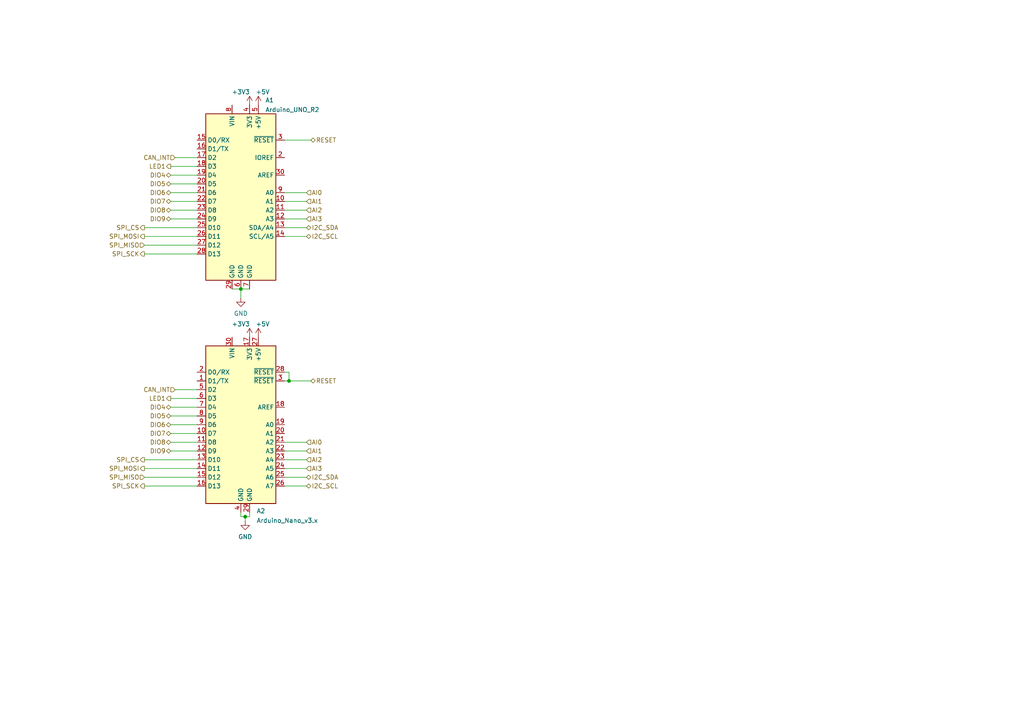
<source format=kicad_sch>
(kicad_sch (version 20211123) (generator eeschema)
  (paper "A4")
  (lib_symbols
    (symbol "MCU_Module:Arduino_Nano_v3.x"
      (property "Reference" "A" (at -10.16 23.495 0))
      (property "Value" "Arduino_Nano_v3.x" (at 5.08 -24.13 0))
      (symbol "Arduino_Nano_v3.x_0_1"
        (rectangle (start -10.16 22.86) (end 10.16 -22.86) (stroke (width 0.254)) (fill (type background)))
      )
      (symbol "Arduino_Nano_v3.x_1_1"
        (pin bidirectional line (at -12.7 12.7 0) (length 2.54) (name "D1/TX") (number "1"))
        (pin bidirectional line (at -12.7 -2.54 0) (length 2.54) (name "D7") (number "10"))
        (pin bidirectional line (at -12.7 -5.08 0) (length 2.54) (name "D8") (number "11"))
        (pin bidirectional line (at -12.7 -7.62 0) (length 2.54) (name "D9") (number "12"))
        (pin bidirectional line (at -12.7 -10.16 0) (length 2.54) (name "D10") (number "13"))
        (pin bidirectional line (at -12.7 -12.7 0) (length 2.54) (name "D11") (number "14"))
        (pin bidirectional line (at -12.7 -15.24 0) (length 2.54) (name "D12") (number "15"))
        (pin bidirectional line (at -12.7 -17.78 0) (length 2.54) (name "D13") (number "16"))
        (pin power_out line (at 2.54 25.4 270) (length 2.54) (name "3V3") (number "17"))
        (pin input line (at 12.7 5.08 180) (length 2.54) (name "AREF") (number "18"))
        (pin bidirectional line (at 12.7 0 180) (length 2.54) (name "A0") (number "19"))
        (pin bidirectional line (at -12.7 15.24 0) (length 2.54) (name "D0/RX") (number "2"))
        (pin bidirectional line (at 12.7 -2.54 180) (length 2.54) (name "A1") (number "20"))
        (pin bidirectional line (at 12.7 -5.08 180) (length 2.54) (name "A2") (number "21"))
        (pin bidirectional line (at 12.7 -7.62 180) (length 2.54) (name "A3") (number "22"))
        (pin bidirectional line (at 12.7 -10.16 180) (length 2.54) (name "A4") (number "23"))
        (pin bidirectional line (at 12.7 -12.7 180) (length 2.54) (name "A5") (number "24"))
        (pin bidirectional line (at 12.7 -15.24 180) (length 2.54) (name "A6") (number "25"))
        (pin bidirectional line (at 12.7 -17.78 180) (length 2.54) (name "A7") (number "26"))
        (pin power_out line (at 5.08 25.4 270) (length 2.54) (name "+5V") (number "27"))
        (pin input line (at 12.7 15.24 180) (length 2.54) (name "~{RESET}") (number "28"))
        (pin power_in line (at 2.54 -25.4 90) (length 2.54) (name "GND") (number "29"))
        (pin input line (at 12.7 12.7 180) (length 2.54) (name "~{RESET}") (number "3"))
        (pin power_in line (at -2.54 25.4 270) (length 2.54) (name "VIN") (number "30"))
        (pin power_in line (at 0 -25.4 90) (length 2.54) (name "GND") (number "4"))
        (pin bidirectional line (at -12.7 10.16 0) (length 2.54) (name "D2") (number "5"))
        (pin bidirectional line (at -12.7 7.62 0) (length 2.54) (name "D3") (number "6"))
        (pin bidirectional line (at -12.7 5.08 0) (length 2.54) (name "D4") (number "7"))
        (pin bidirectional line (at -12.7 2.54 0) (length 2.54) (name "D5") (number "8"))
        (pin bidirectional line (at -12.7 0 0) (length 2.54) (name "D6") (number "9"))
      )
    )
    (symbol "MCU_Module:Arduino_UNO_R2"
      (property "Reference" "A" (at -10.16 23.495 0))
      (property "Value" "Arduino_UNO_R2" (at 5.08 -26.67 0))
      (symbol "Arduino_UNO_R2_0_1"
        (rectangle (start -10.16 22.86) (end 10.16 -25.4) (stroke (width 0.254)) (fill (type background)))
      )
      (symbol "Arduino_UNO_R2_1_1"
        (pin no_connect line (at -10.16 -20.32 0) (length 2.54) hide (name "NC") (number "1"))
        (pin bidirectional line (at 12.7 -2.54 180) (length 2.54) (name "A1") (number "10"))
        (pin bidirectional line (at 12.7 -5.08 180) (length 2.54) (name "A2") (number "11"))
        (pin bidirectional line (at 12.7 -7.62 180) (length 2.54) (name "A3") (number "12"))
        (pin bidirectional line (at 12.7 -10.16 180) (length 2.54) (name "SDA/A4") (number "13"))
        (pin bidirectional line (at 12.7 -12.7 180) (length 2.54) (name "SCL/A5") (number "14"))
        (pin bidirectional line (at -12.7 15.24 0) (length 2.54) (name "D0/RX") (number "15"))
        (pin bidirectional line (at -12.7 12.7 0) (length 2.54) (name "D1/TX") (number "16"))
        (pin bidirectional line (at -12.7 10.16 0) (length 2.54) (name "D2") (number "17"))
        (pin bidirectional line (at -12.7 7.62 0) (length 2.54) (name "D3") (number "18"))
        (pin bidirectional line (at -12.7 5.08 0) (length 2.54) (name "D4") (number "19"))
        (pin output line (at 12.7 10.16 180) (length 2.54) (name "IOREF") (number "2"))
        (pin bidirectional line (at -12.7 2.54 0) (length 2.54) (name "D5") (number "20"))
        (pin bidirectional line (at -12.7 0 0) (length 2.54) (name "D6") (number "21"))
        (pin bidirectional line (at -12.7 -2.54 0) (length 2.54) (name "D7") (number "22"))
        (pin bidirectional line (at -12.7 -5.08 0) (length 2.54) (name "D8") (number "23"))
        (pin bidirectional line (at -12.7 -7.62 0) (length 2.54) (name "D9") (number "24"))
        (pin bidirectional line (at -12.7 -10.16 0) (length 2.54) (name "D10") (number "25"))
        (pin bidirectional line (at -12.7 -12.7 0) (length 2.54) (name "D11") (number "26"))
        (pin bidirectional line (at -12.7 -15.24 0) (length 2.54) (name "D12") (number "27"))
        (pin bidirectional line (at -12.7 -17.78 0) (length 2.54) (name "D13") (number "28"))
        (pin power_in line (at -2.54 -27.94 90) (length 2.54) (name "GND") (number "29"))
        (pin input line (at 12.7 15.24 180) (length 2.54) (name "~{RESET}") (number "3"))
        (pin input line (at 12.7 5.08 180) (length 2.54) (name "AREF") (number "30"))
        (pin power_out line (at 2.54 25.4 270) (length 2.54) (name "3V3") (number "4"))
        (pin power_out line (at 5.08 25.4 270) (length 2.54) (name "+5V") (number "5"))
        (pin power_in line (at 0 -27.94 90) (length 2.54) (name "GND") (number "6"))
        (pin power_in line (at 2.54 -27.94 90) (length 2.54) (name "GND") (number "7"))
        (pin power_in line (at -2.54 25.4 270) (length 2.54) (name "VIN") (number "8"))
        (pin bidirectional line (at 12.7 0 180) (length 2.54) (name "A0") (number "9"))
      )
    )
    (symbol "power:+3V3" (power) (pin_names (offset 0))
      (property "Value" "+3V3" (at 0 3.556 0))
      (symbol "+3V3_0_1"
        (polyline (pts (xy -0.762 1.27) (xy 0 2.54)))
        (polyline (pts (xy 0 0) (xy 0 2.54)))
        (polyline (pts (xy 0 2.54) (xy 0.762 1.27)))
      )
      (symbol "+3V3_1_1"
        (pin power_in line (at 0 0 90) (length 0) hide (name "+3V3") (number "1"))
      )
    )
    (symbol "power:+5V" (power) (pin_names (offset 0))
      (property "Value" "+5V" (at 0 3.556 0))
      (symbol "+5V_0_1"
        (polyline (pts (xy -0.762 1.27) (xy 0 2.54)))
        (polyline (pts (xy 0 0) (xy 0 2.54)))
        (polyline (pts (xy 0 2.54) (xy 0.762 1.27)))
      )
      (symbol "+5V_1_1"
        (pin power_in line (at 0 0 90) (length 0) hide (name "+5V") (number "1"))
      )
    )
    (symbol "power:GND" (power) (pin_names (offset 0))
      (property "Value" "GND" (at 0 -3.81 0))
      (symbol "GND_0_1"
        (polyline (pts (xy 0 0) (xy 0 -1.27) (xy 1.27 -1.27) (xy 0 -2.54) (xy -1.27 -1.27) (xy 0 -1.27)))
      )
      (symbol "GND_1_1"
        (pin power_in line (at 0 0 270) (length 0) hide (name "GND") (number "1"))
      )
    )
  )
  (junction (at 69.85 83.82))
  (junction (at 71.12 149.86))
  (junction (at 83.82 110.49))
  (wire (pts (xy 82.55 55.88) (xy 88.9 55.88)))
  (wire (pts (xy 83.82 110.49) (xy 90.17 110.49)))
  (wire (pts (xy 50.8 45.72) (xy 57.15 45.72)))
  (wire (pts (xy 82.55 68.58) (xy 88.9 68.58)))
  (wire (pts (xy 41.91 140.97) (xy 57.15 140.97)))
  (wire (pts (xy 49.53 123.19) (xy 57.15 123.19)))
  (wire (pts (xy 49.53 118.11) (xy 57.15 118.11)))
  (wire (pts (xy 49.53 63.5) (xy 57.15 63.5)))
  (wire (pts (xy 50.8 113.03) (xy 57.15 113.03)))
  (wire (pts (xy 82.55 40.64) (xy 90.17 40.64)))
  (wire (pts (xy 83.82 107.95) (xy 83.82 110.49)))
  (wire (pts (xy 49.53 115.57) (xy 57.15 115.57)))
  (wire (pts (xy 69.85 83.82) (xy 72.39 83.82)))
  (wire (pts (xy 82.55 138.43) (xy 88.9 138.43)))
  (wire (pts (xy 41.91 133.35) (xy 57.15 133.35)))
  (wire (pts (xy 49.53 53.34) (xy 57.15 53.34)))
  (wire (pts (xy 49.53 128.27) (xy 57.15 128.27)))
  (wire (pts (xy 72.39 148.59) (xy 72.39 149.86)))
  (wire (pts (xy 69.85 149.86) (xy 69.85 148.59)))
  (wire (pts (xy 82.55 63.5) (xy 88.9 63.5)))
  (wire (pts (xy 82.55 140.97) (xy 88.9 140.97)))
  (wire (pts (xy 71.12 151.13) (xy 71.12 149.86)))
  (wire (pts (xy 82.55 110.49) (xy 83.82 110.49)))
  (wire (pts (xy 41.91 68.58) (xy 57.15 68.58)))
  (wire (pts (xy 67.31 83.82) (xy 69.85 83.82)))
  (wire (pts (xy 49.53 58.42) (xy 57.15 58.42)))
  (wire (pts (xy 41.91 135.89) (xy 57.15 135.89)))
  (wire (pts (xy 82.55 128.27) (xy 88.9 128.27)))
  (wire (pts (xy 41.91 73.66) (xy 57.15 73.66)))
  (wire (pts (xy 49.53 125.73) (xy 57.15 125.73)))
  (wire (pts (xy 71.12 149.86) (xy 69.85 149.86)))
  (wire (pts (xy 82.55 58.42) (xy 88.9 58.42)))
  (wire (pts (xy 49.53 120.65) (xy 57.15 120.65)))
  (wire (pts (xy 49.53 130.81) (xy 57.15 130.81)))
  (wire (pts (xy 49.53 60.96) (xy 57.15 60.96)))
  (wire (pts (xy 82.55 133.35) (xy 88.9 133.35)))
  (wire (pts (xy 72.39 149.86) (xy 71.12 149.86)))
  (wire (pts (xy 82.55 130.81) (xy 88.9 130.81)))
  (wire (pts (xy 69.85 83.82) (xy 69.85 86.36)))
  (wire (pts (xy 41.91 66.04) (xy 57.15 66.04)))
  (wire (pts (xy 82.55 135.89) (xy 88.9 135.89)))
  (wire (pts (xy 82.55 66.04) (xy 88.9 66.04)))
  (wire (pts (xy 41.91 138.43) (xy 57.15 138.43)))
  (wire (pts (xy 82.55 60.96) (xy 88.9 60.96)))
  (wire (pts (xy 83.82 107.95) (xy 82.55 107.95)))
  (wire (pts (xy 49.53 55.88) (xy 57.15 55.88)))
  (wire (pts (xy 41.91 71.12) (xy 57.15 71.12)))
  (wire (pts (xy 49.53 50.8) (xy 57.15 50.8)))
  (wire (pts (xy 49.53 48.26) (xy 57.15 48.26)))
  (hierarchical_label "CAN_INT" (shape input) (at 50.8 45.72 180))
  (hierarchical_label "DIO7" (shape tri_state) (at 49.53 125.73 180))
  (hierarchical_label "AI2" (shape input) (at 88.9 60.96 0))
  (hierarchical_label "SPI_SCK" (shape output) (at 41.91 73.66 180))
  (hierarchical_label "DIO8" (shape tri_state) (at 49.53 128.27 180))
  (hierarchical_label "I2C_SCL" (shape tri_state) (at 88.9 68.58 0))
  (hierarchical_label "SPI_MISO" (shape input) (at 41.91 138.43 180))
  (hierarchical_label "I2C_SCL" (shape tri_state) (at 88.9 140.97 0))
  (hierarchical_label "SPI_MISO" (shape input) (at 41.91 71.12 180))
  (hierarchical_label "RESET" (shape bidirectional) (at 90.17 110.49 0))
  (hierarchical_label "SPI_SCK" (shape output) (at 41.91 140.97 180))
  (hierarchical_label "I2C_SDA" (shape tri_state) (at 88.9 66.04 0))
  (hierarchical_label "DIO4" (shape tri_state) (at 49.53 50.8 180))
  (hierarchical_label "LED1" (shape output) (at 49.53 115.57 180))
  (hierarchical_label "DIO9" (shape tri_state) (at 49.53 130.81 180))
  (hierarchical_label "DIO6" (shape tri_state) (at 49.53 123.19 180))
  (hierarchical_label "I2C_SDA" (shape tri_state) (at 88.9 138.43 0))
  (hierarchical_label "AI0" (shape input) (at 88.9 55.88 0))
  (hierarchical_label "AI3" (shape input) (at 88.9 63.5 0))
  (hierarchical_label "DIO5" (shape tri_state) (at 49.53 53.34 180))
  (hierarchical_label "AI1" (shape input) (at 88.9 130.81 0))
  (hierarchical_label "DIO9" (shape tri_state) (at 49.53 63.5 180))
  (hierarchical_label "DIO5" (shape tri_state) (at 49.53 120.65 180))
  (hierarchical_label "SPI_CS" (shape output) (at 41.91 66.04 180))
  (hierarchical_label "AI1" (shape input) (at 88.9 58.42 0))
  (hierarchical_label "AI2" (shape input) (at 88.9 133.35 0))
  (hierarchical_label "SPI_CS" (shape output) (at 41.91 133.35 180))
  (hierarchical_label "RESET" (shape bidirectional) (at 90.17 40.64 0))
  (hierarchical_label "AI0" (shape input) (at 88.9 128.27 0))
  (hierarchical_label "DIO7" (shape tri_state) (at 49.53 58.42 180))
  (hierarchical_label "CAN_INT" (shape input) (at 50.8 113.03 180))
  (hierarchical_label "AI3" (shape input) (at 88.9 135.89 0))
  (hierarchical_label "SPI_MOSI" (shape output) (at 41.91 135.89 180))
  (hierarchical_label "SPI_MOSI" (shape output) (at 41.91 68.58 180))
  (hierarchical_label "LED1" (shape output) (at 49.53 48.26 180))
  (hierarchical_label "DIO6" (shape tri_state) (at 49.53 55.88 180))
  (hierarchical_label "DIO4" (shape tri_state) (at 49.53 118.11 180))
  (hierarchical_label "DIO8" (shape tri_state) (at 49.53 60.96 180))
  (symbol (lib_id "power:+3V3") (at 72.39 30.48 0) (unit 1)
    (property "Reference" "#PWR014" (effects hide))
    (property "Value" "+3V3" (at 69.85 26.67 0))
  )
  (symbol (lib_id "power:+5V") (at 74.93 97.79 0) (unit 1)
    (property "Reference" "#PWR017" (effects hide))
    (property "Value" "+5V" (at 76.2 93.98 0))
  )
  (symbol (lib_id "MCU_Module:Arduino_Nano_v3.x") (at 69.85 123.19 0) (unit 1)
    (property "Reference" "A2" (at 74.4094 148.1995 0) (effects (justify left)))
    (property "Value" "Arduino_Nano_v3.x" (at 74.4094 150.9746 0) (effects (justify left)))
    (property "Footprint" "Module:Arduino_Nano" (effects hide))
    (property "Datasheet" "http://www.mouser.com/pdfdocs/Gravitech_Arduino_Nano3_0.pdf" (effects hide))
  )
  (symbol (lib_id "power:GND") (at 69.85 86.36 0) (unit 1)
    (property "Reference" "#PWR012" (effects hide))
    (property "Value" "GND" (at 69.85 90.9225 0))
  )
  (symbol (lib_id "power:GND") (at 71.12 151.13 0) (unit 1)
    (property "Reference" "#PWR013" (effects hide))
    (property "Value" "GND" (at 71.12 155.6925 0))
  )
  (symbol (lib_id "power:+3V3") (at 72.39 97.79 0) (unit 1)
    (property "Reference" "#PWR015" (effects hide))
    (property "Value" "+3V3" (at 69.85 93.98 0))
  )
  (symbol (lib_id "power:+5V") (at 74.93 30.48 0) (unit 1)
    (property "Reference" "#PWR016" (effects hide))
    (property "Value" "+5V" (at 76.2 26.67 0))
  )
  (symbol (lib_id "MCU_Module:Arduino_UNO_R2") (at 69.85 55.88 0) (unit 1)
    (property "Reference" "A1" (at 76.9494 29.0535 0) (effects (justify left)))
    (property "Value" "Arduino_UNO_R2" (at 76.9494 31.8286 0) (effects (justify left)))
    (property "Footprint" "Module:Arduino_UNO_R2" (effects hide))
    (property "Datasheet" "https://www.arduino.cc/en/Main/arduinoBoardUno" (effects hide))
  )
)
</source>
